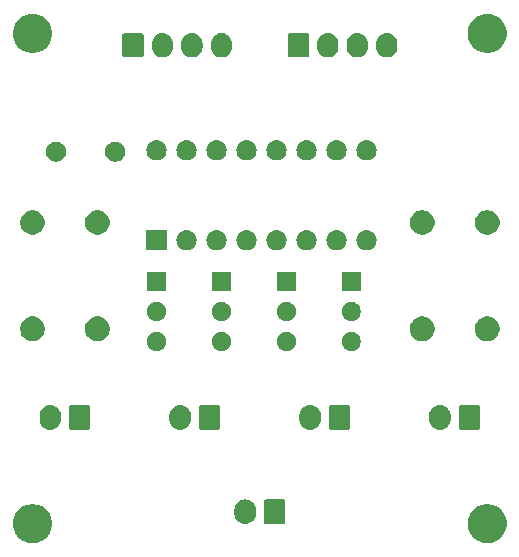
<source format=gbr>
G04 #@! TF.GenerationSoftware,KiCad,Pcbnew,(5.1.4)-1*
G04 #@! TF.CreationDate,2020-08-17T12:13:24+03:00*
G04 #@! TF.ProjectId,4_switch_array,345f7377-6974-4636-985f-61727261792e,rev?*
G04 #@! TF.SameCoordinates,Original*
G04 #@! TF.FileFunction,Soldermask,Top*
G04 #@! TF.FilePolarity,Negative*
%FSLAX46Y46*%
G04 Gerber Fmt 4.6, Leading zero omitted, Abs format (unit mm)*
G04 Created by KiCad (PCBNEW (5.1.4)-1) date 2020-08-17 12:13:24*
%MOMM*%
%LPD*%
G04 APERTURE LIST*
%ADD10C,0.100000*%
G04 APERTURE END LIST*
D10*
G36*
X166375256Y-76891298D02*
G01*
X166481579Y-76912447D01*
X166782042Y-77036903D01*
X167052451Y-77217585D01*
X167282415Y-77447549D01*
X167463097Y-77717958D01*
X167578460Y-77996468D01*
X167587553Y-78018422D01*
X167641611Y-78290186D01*
X167651000Y-78337391D01*
X167651000Y-78662609D01*
X167587553Y-78981579D01*
X167463097Y-79282042D01*
X167282415Y-79552451D01*
X167052451Y-79782415D01*
X166782042Y-79963097D01*
X166481579Y-80087553D01*
X166375256Y-80108702D01*
X166162611Y-80151000D01*
X165837389Y-80151000D01*
X165624744Y-80108702D01*
X165518421Y-80087553D01*
X165217958Y-79963097D01*
X164947549Y-79782415D01*
X164717585Y-79552451D01*
X164536903Y-79282042D01*
X164412447Y-78981579D01*
X164349000Y-78662609D01*
X164349000Y-78337391D01*
X164358390Y-78290186D01*
X164412447Y-78018422D01*
X164421541Y-77996468D01*
X164536903Y-77717958D01*
X164717585Y-77447549D01*
X164947549Y-77217585D01*
X165217958Y-77036903D01*
X165518421Y-76912447D01*
X165624744Y-76891298D01*
X165837389Y-76849000D01*
X166162611Y-76849000D01*
X166375256Y-76891298D01*
X166375256Y-76891298D01*
G37*
G36*
X127875256Y-76891298D02*
G01*
X127981579Y-76912447D01*
X128282042Y-77036903D01*
X128552451Y-77217585D01*
X128782415Y-77447549D01*
X128963097Y-77717958D01*
X129078460Y-77996468D01*
X129087553Y-78018422D01*
X129141611Y-78290186D01*
X129151000Y-78337391D01*
X129151000Y-78662609D01*
X129087553Y-78981579D01*
X128963097Y-79282042D01*
X128782415Y-79552451D01*
X128552451Y-79782415D01*
X128282042Y-79963097D01*
X127981579Y-80087553D01*
X127875256Y-80108702D01*
X127662611Y-80151000D01*
X127337389Y-80151000D01*
X127124744Y-80108702D01*
X127018421Y-80087553D01*
X126717958Y-79963097D01*
X126447549Y-79782415D01*
X126217585Y-79552451D01*
X126036903Y-79282042D01*
X125912447Y-78981579D01*
X125849000Y-78662609D01*
X125849000Y-78337391D01*
X125858390Y-78290186D01*
X125912447Y-78018422D01*
X125921541Y-77996468D01*
X126036903Y-77717958D01*
X126217585Y-77447549D01*
X126447549Y-77217585D01*
X126717958Y-77036903D01*
X127018421Y-76912447D01*
X127124744Y-76891298D01*
X127337389Y-76849000D01*
X127662611Y-76849000D01*
X127875256Y-76891298D01*
X127875256Y-76891298D01*
G37*
G36*
X145676627Y-76462037D02*
G01*
X145846466Y-76513557D01*
X146002991Y-76597222D01*
X146038729Y-76626552D01*
X146140186Y-76709814D01*
X146223448Y-76811271D01*
X146252778Y-76847009D01*
X146336443Y-77003534D01*
X146387963Y-77173374D01*
X146401000Y-77305743D01*
X146401000Y-77694258D01*
X146387963Y-77826627D01*
X146336443Y-77996466D01*
X146252778Y-78152991D01*
X146223448Y-78188729D01*
X146140186Y-78290186D01*
X146002989Y-78402779D01*
X145846467Y-78486442D01*
X145846465Y-78486443D01*
X145676626Y-78537963D01*
X145500000Y-78555359D01*
X145323373Y-78537963D01*
X145153534Y-78486443D01*
X144997009Y-78402778D01*
X144954750Y-78368097D01*
X144859814Y-78290186D01*
X144747221Y-78152989D01*
X144663558Y-77996467D01*
X144663557Y-77996465D01*
X144612037Y-77826626D01*
X144605519Y-77760442D01*
X144599000Y-77694259D01*
X144599000Y-77305740D01*
X144612037Y-77173375D01*
X144612037Y-77173373D01*
X144663557Y-77003534D01*
X144747222Y-76847009D01*
X144859815Y-76709815D01*
X144997010Y-76597222D01*
X145153535Y-76513557D01*
X145323374Y-76462037D01*
X145500000Y-76444641D01*
X145676627Y-76462037D01*
X145676627Y-76462037D01*
G37*
G36*
X148758600Y-76452989D02*
G01*
X148791652Y-76463015D01*
X148822103Y-76479292D01*
X148848799Y-76501201D01*
X148870708Y-76527897D01*
X148886985Y-76558348D01*
X148897011Y-76591400D01*
X148901000Y-76631903D01*
X148901000Y-78368097D01*
X148897011Y-78408600D01*
X148886985Y-78441652D01*
X148870708Y-78472103D01*
X148848799Y-78498799D01*
X148822103Y-78520708D01*
X148791652Y-78536985D01*
X148758600Y-78547011D01*
X148718097Y-78551000D01*
X147281903Y-78551000D01*
X147241400Y-78547011D01*
X147208348Y-78536985D01*
X147177897Y-78520708D01*
X147151201Y-78498799D01*
X147129292Y-78472103D01*
X147113015Y-78441652D01*
X147102989Y-78408600D01*
X147099000Y-78368097D01*
X147099000Y-76631903D01*
X147102989Y-76591400D01*
X147113015Y-76558348D01*
X147129292Y-76527897D01*
X147151201Y-76501201D01*
X147177897Y-76479292D01*
X147208348Y-76463015D01*
X147241400Y-76452989D01*
X147281903Y-76449000D01*
X148718097Y-76449000D01*
X148758600Y-76452989D01*
X148758600Y-76452989D01*
G37*
G36*
X129176627Y-68462037D02*
G01*
X129346466Y-68513557D01*
X129502991Y-68597222D01*
X129538729Y-68626552D01*
X129640186Y-68709814D01*
X129723448Y-68811271D01*
X129752778Y-68847009D01*
X129836443Y-69003534D01*
X129887963Y-69173374D01*
X129901000Y-69305743D01*
X129901000Y-69694258D01*
X129887963Y-69826627D01*
X129836443Y-69996466D01*
X129752778Y-70152991D01*
X129723448Y-70188729D01*
X129640186Y-70290186D01*
X129502989Y-70402779D01*
X129346467Y-70486442D01*
X129346465Y-70486443D01*
X129176626Y-70537963D01*
X129000000Y-70555359D01*
X128823373Y-70537963D01*
X128653534Y-70486443D01*
X128497009Y-70402778D01*
X128454750Y-70368097D01*
X128359814Y-70290186D01*
X128247221Y-70152989D01*
X128163558Y-69996467D01*
X128163557Y-69996465D01*
X128112037Y-69826626D01*
X128099000Y-69694257D01*
X128099000Y-69305742D01*
X128112037Y-69173373D01*
X128163557Y-69003534D01*
X128247222Y-68847009D01*
X128359815Y-68709815D01*
X128497010Y-68597222D01*
X128653535Y-68513557D01*
X128823374Y-68462037D01*
X129000000Y-68444641D01*
X129176627Y-68462037D01*
X129176627Y-68462037D01*
G37*
G36*
X162176627Y-68462037D02*
G01*
X162346466Y-68513557D01*
X162502991Y-68597222D01*
X162538729Y-68626552D01*
X162640186Y-68709814D01*
X162723448Y-68811271D01*
X162752778Y-68847009D01*
X162836443Y-69003534D01*
X162887963Y-69173374D01*
X162901000Y-69305743D01*
X162901000Y-69694258D01*
X162887963Y-69826627D01*
X162836443Y-69996466D01*
X162752778Y-70152991D01*
X162723448Y-70188729D01*
X162640186Y-70290186D01*
X162502989Y-70402779D01*
X162346467Y-70486442D01*
X162346465Y-70486443D01*
X162176626Y-70537963D01*
X162000000Y-70555359D01*
X161823373Y-70537963D01*
X161653534Y-70486443D01*
X161497009Y-70402778D01*
X161454750Y-70368097D01*
X161359814Y-70290186D01*
X161247221Y-70152989D01*
X161163558Y-69996467D01*
X161163557Y-69996465D01*
X161112037Y-69826626D01*
X161099000Y-69694257D01*
X161099000Y-69305742D01*
X161112037Y-69173373D01*
X161163557Y-69003534D01*
X161247222Y-68847009D01*
X161359815Y-68709815D01*
X161497010Y-68597222D01*
X161653535Y-68513557D01*
X161823374Y-68462037D01*
X162000000Y-68444641D01*
X162176627Y-68462037D01*
X162176627Y-68462037D01*
G37*
G36*
X140176627Y-68462037D02*
G01*
X140346466Y-68513557D01*
X140502991Y-68597222D01*
X140538729Y-68626552D01*
X140640186Y-68709814D01*
X140723448Y-68811271D01*
X140752778Y-68847009D01*
X140836443Y-69003534D01*
X140887963Y-69173374D01*
X140901000Y-69305743D01*
X140901000Y-69694258D01*
X140887963Y-69826627D01*
X140836443Y-69996466D01*
X140752778Y-70152991D01*
X140723448Y-70188729D01*
X140640186Y-70290186D01*
X140502989Y-70402779D01*
X140346467Y-70486442D01*
X140346465Y-70486443D01*
X140176626Y-70537963D01*
X140000000Y-70555359D01*
X139823373Y-70537963D01*
X139653534Y-70486443D01*
X139497009Y-70402778D01*
X139454750Y-70368097D01*
X139359814Y-70290186D01*
X139247221Y-70152989D01*
X139163558Y-69996467D01*
X139163557Y-69996465D01*
X139112037Y-69826626D01*
X139099000Y-69694257D01*
X139099000Y-69305742D01*
X139112037Y-69173373D01*
X139163557Y-69003534D01*
X139247222Y-68847009D01*
X139359815Y-68709815D01*
X139497010Y-68597222D01*
X139653535Y-68513557D01*
X139823374Y-68462037D01*
X140000000Y-68444641D01*
X140176627Y-68462037D01*
X140176627Y-68462037D01*
G37*
G36*
X151176627Y-68462037D02*
G01*
X151346466Y-68513557D01*
X151502991Y-68597222D01*
X151538729Y-68626552D01*
X151640186Y-68709814D01*
X151723448Y-68811271D01*
X151752778Y-68847009D01*
X151836443Y-69003534D01*
X151887963Y-69173374D01*
X151901000Y-69305743D01*
X151901000Y-69694258D01*
X151887963Y-69826627D01*
X151836443Y-69996466D01*
X151752778Y-70152991D01*
X151723448Y-70188729D01*
X151640186Y-70290186D01*
X151502989Y-70402779D01*
X151346467Y-70486442D01*
X151346465Y-70486443D01*
X151176626Y-70537963D01*
X151000000Y-70555359D01*
X150823373Y-70537963D01*
X150653534Y-70486443D01*
X150497009Y-70402778D01*
X150454750Y-70368097D01*
X150359814Y-70290186D01*
X150247221Y-70152989D01*
X150163558Y-69996467D01*
X150163557Y-69996465D01*
X150112037Y-69826626D01*
X150099000Y-69694257D01*
X150099000Y-69305742D01*
X150112037Y-69173373D01*
X150163557Y-69003534D01*
X150247222Y-68847009D01*
X150359815Y-68709815D01*
X150497010Y-68597222D01*
X150653535Y-68513557D01*
X150823374Y-68462037D01*
X151000000Y-68444641D01*
X151176627Y-68462037D01*
X151176627Y-68462037D01*
G37*
G36*
X154258600Y-68452989D02*
G01*
X154291652Y-68463015D01*
X154322103Y-68479292D01*
X154348799Y-68501201D01*
X154370708Y-68527897D01*
X154386985Y-68558348D01*
X154397011Y-68591400D01*
X154401000Y-68631903D01*
X154401000Y-70368097D01*
X154397011Y-70408600D01*
X154386985Y-70441652D01*
X154370708Y-70472103D01*
X154348799Y-70498799D01*
X154322103Y-70520708D01*
X154291652Y-70536985D01*
X154258600Y-70547011D01*
X154218097Y-70551000D01*
X152781903Y-70551000D01*
X152741400Y-70547011D01*
X152708348Y-70536985D01*
X152677897Y-70520708D01*
X152651201Y-70498799D01*
X152629292Y-70472103D01*
X152613015Y-70441652D01*
X152602989Y-70408600D01*
X152599000Y-70368097D01*
X152599000Y-68631903D01*
X152602989Y-68591400D01*
X152613015Y-68558348D01*
X152629292Y-68527897D01*
X152651201Y-68501201D01*
X152677897Y-68479292D01*
X152708348Y-68463015D01*
X152741400Y-68452989D01*
X152781903Y-68449000D01*
X154218097Y-68449000D01*
X154258600Y-68452989D01*
X154258600Y-68452989D01*
G37*
G36*
X165258600Y-68452989D02*
G01*
X165291652Y-68463015D01*
X165322103Y-68479292D01*
X165348799Y-68501201D01*
X165370708Y-68527897D01*
X165386985Y-68558348D01*
X165397011Y-68591400D01*
X165401000Y-68631903D01*
X165401000Y-70368097D01*
X165397011Y-70408600D01*
X165386985Y-70441652D01*
X165370708Y-70472103D01*
X165348799Y-70498799D01*
X165322103Y-70520708D01*
X165291652Y-70536985D01*
X165258600Y-70547011D01*
X165218097Y-70551000D01*
X163781903Y-70551000D01*
X163741400Y-70547011D01*
X163708348Y-70536985D01*
X163677897Y-70520708D01*
X163651201Y-70498799D01*
X163629292Y-70472103D01*
X163613015Y-70441652D01*
X163602989Y-70408600D01*
X163599000Y-70368097D01*
X163599000Y-68631903D01*
X163602989Y-68591400D01*
X163613015Y-68558348D01*
X163629292Y-68527897D01*
X163651201Y-68501201D01*
X163677897Y-68479292D01*
X163708348Y-68463015D01*
X163741400Y-68452989D01*
X163781903Y-68449000D01*
X165218097Y-68449000D01*
X165258600Y-68452989D01*
X165258600Y-68452989D01*
G37*
G36*
X143258600Y-68452989D02*
G01*
X143291652Y-68463015D01*
X143322103Y-68479292D01*
X143348799Y-68501201D01*
X143370708Y-68527897D01*
X143386985Y-68558348D01*
X143397011Y-68591400D01*
X143401000Y-68631903D01*
X143401000Y-70368097D01*
X143397011Y-70408600D01*
X143386985Y-70441652D01*
X143370708Y-70472103D01*
X143348799Y-70498799D01*
X143322103Y-70520708D01*
X143291652Y-70536985D01*
X143258600Y-70547011D01*
X143218097Y-70551000D01*
X141781903Y-70551000D01*
X141741400Y-70547011D01*
X141708348Y-70536985D01*
X141677897Y-70520708D01*
X141651201Y-70498799D01*
X141629292Y-70472103D01*
X141613015Y-70441652D01*
X141602989Y-70408600D01*
X141599000Y-70368097D01*
X141599000Y-68631903D01*
X141602989Y-68591400D01*
X141613015Y-68558348D01*
X141629292Y-68527897D01*
X141651201Y-68501201D01*
X141677897Y-68479292D01*
X141708348Y-68463015D01*
X141741400Y-68452989D01*
X141781903Y-68449000D01*
X143218097Y-68449000D01*
X143258600Y-68452989D01*
X143258600Y-68452989D01*
G37*
G36*
X132258600Y-68452989D02*
G01*
X132291652Y-68463015D01*
X132322103Y-68479292D01*
X132348799Y-68501201D01*
X132370708Y-68527897D01*
X132386985Y-68558348D01*
X132397011Y-68591400D01*
X132401000Y-68631903D01*
X132401000Y-70368097D01*
X132397011Y-70408600D01*
X132386985Y-70441652D01*
X132370708Y-70472103D01*
X132348799Y-70498799D01*
X132322103Y-70520708D01*
X132291652Y-70536985D01*
X132258600Y-70547011D01*
X132218097Y-70551000D01*
X130781903Y-70551000D01*
X130741400Y-70547011D01*
X130708348Y-70536985D01*
X130677897Y-70520708D01*
X130651201Y-70498799D01*
X130629292Y-70472103D01*
X130613015Y-70441652D01*
X130602989Y-70408600D01*
X130599000Y-70368097D01*
X130599000Y-68631903D01*
X130602989Y-68591400D01*
X130613015Y-68558348D01*
X130629292Y-68527897D01*
X130651201Y-68501201D01*
X130677897Y-68479292D01*
X130708348Y-68463015D01*
X130741400Y-68452989D01*
X130781903Y-68449000D01*
X132218097Y-68449000D01*
X132258600Y-68452989D01*
X132258600Y-68452989D01*
G37*
G36*
X149233642Y-62309781D02*
G01*
X149379414Y-62370162D01*
X149379416Y-62370163D01*
X149510608Y-62457822D01*
X149622178Y-62569392D01*
X149709837Y-62700584D01*
X149709838Y-62700586D01*
X149770219Y-62846358D01*
X149801000Y-63001107D01*
X149801000Y-63158893D01*
X149770219Y-63313642D01*
X149709838Y-63459414D01*
X149709837Y-63459416D01*
X149622178Y-63590608D01*
X149510608Y-63702178D01*
X149379416Y-63789837D01*
X149379415Y-63789838D01*
X149379414Y-63789838D01*
X149233642Y-63850219D01*
X149078893Y-63881000D01*
X148921107Y-63881000D01*
X148766358Y-63850219D01*
X148620586Y-63789838D01*
X148620585Y-63789838D01*
X148620584Y-63789837D01*
X148489392Y-63702178D01*
X148377822Y-63590608D01*
X148290163Y-63459416D01*
X148290162Y-63459414D01*
X148229781Y-63313642D01*
X148199000Y-63158893D01*
X148199000Y-63001107D01*
X148229781Y-62846358D01*
X148290162Y-62700586D01*
X148290163Y-62700584D01*
X148377822Y-62569392D01*
X148489392Y-62457822D01*
X148620584Y-62370163D01*
X148620586Y-62370162D01*
X148766358Y-62309781D01*
X148921107Y-62279000D01*
X149078893Y-62279000D01*
X149233642Y-62309781D01*
X149233642Y-62309781D01*
G37*
G36*
X138233642Y-62309781D02*
G01*
X138379414Y-62370162D01*
X138379416Y-62370163D01*
X138510608Y-62457822D01*
X138622178Y-62569392D01*
X138709837Y-62700584D01*
X138709838Y-62700586D01*
X138770219Y-62846358D01*
X138801000Y-63001107D01*
X138801000Y-63158893D01*
X138770219Y-63313642D01*
X138709838Y-63459414D01*
X138709837Y-63459416D01*
X138622178Y-63590608D01*
X138510608Y-63702178D01*
X138379416Y-63789837D01*
X138379415Y-63789838D01*
X138379414Y-63789838D01*
X138233642Y-63850219D01*
X138078893Y-63881000D01*
X137921107Y-63881000D01*
X137766358Y-63850219D01*
X137620586Y-63789838D01*
X137620585Y-63789838D01*
X137620584Y-63789837D01*
X137489392Y-63702178D01*
X137377822Y-63590608D01*
X137290163Y-63459416D01*
X137290162Y-63459414D01*
X137229781Y-63313642D01*
X137199000Y-63158893D01*
X137199000Y-63001107D01*
X137229781Y-62846358D01*
X137290162Y-62700586D01*
X137290163Y-62700584D01*
X137377822Y-62569392D01*
X137489392Y-62457822D01*
X137620584Y-62370163D01*
X137620586Y-62370162D01*
X137766358Y-62309781D01*
X137921107Y-62279000D01*
X138078893Y-62279000D01*
X138233642Y-62309781D01*
X138233642Y-62309781D01*
G37*
G36*
X154733642Y-62309781D02*
G01*
X154879414Y-62370162D01*
X154879416Y-62370163D01*
X155010608Y-62457822D01*
X155122178Y-62569392D01*
X155209837Y-62700584D01*
X155209838Y-62700586D01*
X155270219Y-62846358D01*
X155301000Y-63001107D01*
X155301000Y-63158893D01*
X155270219Y-63313642D01*
X155209838Y-63459414D01*
X155209837Y-63459416D01*
X155122178Y-63590608D01*
X155010608Y-63702178D01*
X154879416Y-63789837D01*
X154879415Y-63789838D01*
X154879414Y-63789838D01*
X154733642Y-63850219D01*
X154578893Y-63881000D01*
X154421107Y-63881000D01*
X154266358Y-63850219D01*
X154120586Y-63789838D01*
X154120585Y-63789838D01*
X154120584Y-63789837D01*
X153989392Y-63702178D01*
X153877822Y-63590608D01*
X153790163Y-63459416D01*
X153790162Y-63459414D01*
X153729781Y-63313642D01*
X153699000Y-63158893D01*
X153699000Y-63001107D01*
X153729781Y-62846358D01*
X153790162Y-62700586D01*
X153790163Y-62700584D01*
X153877822Y-62569392D01*
X153989392Y-62457822D01*
X154120584Y-62370163D01*
X154120586Y-62370162D01*
X154266358Y-62309781D01*
X154421107Y-62279000D01*
X154578893Y-62279000D01*
X154733642Y-62309781D01*
X154733642Y-62309781D01*
G37*
G36*
X143733642Y-62309781D02*
G01*
X143879414Y-62370162D01*
X143879416Y-62370163D01*
X144010608Y-62457822D01*
X144122178Y-62569392D01*
X144209837Y-62700584D01*
X144209838Y-62700586D01*
X144270219Y-62846358D01*
X144301000Y-63001107D01*
X144301000Y-63158893D01*
X144270219Y-63313642D01*
X144209838Y-63459414D01*
X144209837Y-63459416D01*
X144122178Y-63590608D01*
X144010608Y-63702178D01*
X143879416Y-63789837D01*
X143879415Y-63789838D01*
X143879414Y-63789838D01*
X143733642Y-63850219D01*
X143578893Y-63881000D01*
X143421107Y-63881000D01*
X143266358Y-63850219D01*
X143120586Y-63789838D01*
X143120585Y-63789838D01*
X143120584Y-63789837D01*
X142989392Y-63702178D01*
X142877822Y-63590608D01*
X142790163Y-63459416D01*
X142790162Y-63459414D01*
X142729781Y-63313642D01*
X142699000Y-63158893D01*
X142699000Y-63001107D01*
X142729781Y-62846358D01*
X142790162Y-62700586D01*
X142790163Y-62700584D01*
X142877822Y-62569392D01*
X142989392Y-62457822D01*
X143120584Y-62370163D01*
X143120586Y-62370162D01*
X143266358Y-62309781D01*
X143421107Y-62279000D01*
X143578893Y-62279000D01*
X143733642Y-62309781D01*
X143733642Y-62309781D01*
G37*
G36*
X127806564Y-60989389D02*
G01*
X127997833Y-61068615D01*
X127997835Y-61068616D01*
X128137860Y-61162178D01*
X128169973Y-61183635D01*
X128316365Y-61330027D01*
X128431385Y-61502167D01*
X128510611Y-61693436D01*
X128551000Y-61896484D01*
X128551000Y-62103516D01*
X128510611Y-62306564D01*
X128447958Y-62457822D01*
X128431384Y-62497835D01*
X128316365Y-62669973D01*
X128169973Y-62816365D01*
X127997835Y-62931384D01*
X127997834Y-62931385D01*
X127997833Y-62931385D01*
X127806564Y-63010611D01*
X127603516Y-63051000D01*
X127396484Y-63051000D01*
X127193436Y-63010611D01*
X127002167Y-62931385D01*
X127002166Y-62931385D01*
X127002165Y-62931384D01*
X126830027Y-62816365D01*
X126683635Y-62669973D01*
X126568616Y-62497835D01*
X126552042Y-62457822D01*
X126489389Y-62306564D01*
X126449000Y-62103516D01*
X126449000Y-61896484D01*
X126489389Y-61693436D01*
X126568615Y-61502167D01*
X126683635Y-61330027D01*
X126830027Y-61183635D01*
X126862140Y-61162178D01*
X127002165Y-61068616D01*
X127002167Y-61068615D01*
X127193436Y-60989389D01*
X127396484Y-60949000D01*
X127603516Y-60949000D01*
X127806564Y-60989389D01*
X127806564Y-60989389D01*
G37*
G36*
X166306564Y-60989389D02*
G01*
X166497833Y-61068615D01*
X166497835Y-61068616D01*
X166637860Y-61162178D01*
X166669973Y-61183635D01*
X166816365Y-61330027D01*
X166931385Y-61502167D01*
X167010611Y-61693436D01*
X167051000Y-61896484D01*
X167051000Y-62103516D01*
X167010611Y-62306564D01*
X166947958Y-62457822D01*
X166931384Y-62497835D01*
X166816365Y-62669973D01*
X166669973Y-62816365D01*
X166497835Y-62931384D01*
X166497834Y-62931385D01*
X166497833Y-62931385D01*
X166306564Y-63010611D01*
X166103516Y-63051000D01*
X165896484Y-63051000D01*
X165693436Y-63010611D01*
X165502167Y-62931385D01*
X165502166Y-62931385D01*
X165502165Y-62931384D01*
X165330027Y-62816365D01*
X165183635Y-62669973D01*
X165068616Y-62497835D01*
X165052042Y-62457822D01*
X164989389Y-62306564D01*
X164949000Y-62103516D01*
X164949000Y-61896484D01*
X164989389Y-61693436D01*
X165068615Y-61502167D01*
X165183635Y-61330027D01*
X165330027Y-61183635D01*
X165362140Y-61162178D01*
X165502165Y-61068616D01*
X165502167Y-61068615D01*
X165693436Y-60989389D01*
X165896484Y-60949000D01*
X166103516Y-60949000D01*
X166306564Y-60989389D01*
X166306564Y-60989389D01*
G37*
G36*
X133306564Y-60989389D02*
G01*
X133497833Y-61068615D01*
X133497835Y-61068616D01*
X133637860Y-61162178D01*
X133669973Y-61183635D01*
X133816365Y-61330027D01*
X133931385Y-61502167D01*
X134010611Y-61693436D01*
X134051000Y-61896484D01*
X134051000Y-62103516D01*
X134010611Y-62306564D01*
X133947958Y-62457822D01*
X133931384Y-62497835D01*
X133816365Y-62669973D01*
X133669973Y-62816365D01*
X133497835Y-62931384D01*
X133497834Y-62931385D01*
X133497833Y-62931385D01*
X133306564Y-63010611D01*
X133103516Y-63051000D01*
X132896484Y-63051000D01*
X132693436Y-63010611D01*
X132502167Y-62931385D01*
X132502166Y-62931385D01*
X132502165Y-62931384D01*
X132330027Y-62816365D01*
X132183635Y-62669973D01*
X132068616Y-62497835D01*
X132052042Y-62457822D01*
X131989389Y-62306564D01*
X131949000Y-62103516D01*
X131949000Y-61896484D01*
X131989389Y-61693436D01*
X132068615Y-61502167D01*
X132183635Y-61330027D01*
X132330027Y-61183635D01*
X132362140Y-61162178D01*
X132502165Y-61068616D01*
X132502167Y-61068615D01*
X132693436Y-60989389D01*
X132896484Y-60949000D01*
X133103516Y-60949000D01*
X133306564Y-60989389D01*
X133306564Y-60989389D01*
G37*
G36*
X160806564Y-60989389D02*
G01*
X160997833Y-61068615D01*
X160997835Y-61068616D01*
X161137860Y-61162178D01*
X161169973Y-61183635D01*
X161316365Y-61330027D01*
X161431385Y-61502167D01*
X161510611Y-61693436D01*
X161551000Y-61896484D01*
X161551000Y-62103516D01*
X161510611Y-62306564D01*
X161447958Y-62457822D01*
X161431384Y-62497835D01*
X161316365Y-62669973D01*
X161169973Y-62816365D01*
X160997835Y-62931384D01*
X160997834Y-62931385D01*
X160997833Y-62931385D01*
X160806564Y-63010611D01*
X160603516Y-63051000D01*
X160396484Y-63051000D01*
X160193436Y-63010611D01*
X160002167Y-62931385D01*
X160002166Y-62931385D01*
X160002165Y-62931384D01*
X159830027Y-62816365D01*
X159683635Y-62669973D01*
X159568616Y-62497835D01*
X159552042Y-62457822D01*
X159489389Y-62306564D01*
X159449000Y-62103516D01*
X159449000Y-61896484D01*
X159489389Y-61693436D01*
X159568615Y-61502167D01*
X159683635Y-61330027D01*
X159830027Y-61183635D01*
X159862140Y-61162178D01*
X160002165Y-61068616D01*
X160002167Y-61068615D01*
X160193436Y-60989389D01*
X160396484Y-60949000D01*
X160603516Y-60949000D01*
X160806564Y-60989389D01*
X160806564Y-60989389D01*
G37*
G36*
X138233642Y-59769781D02*
G01*
X138379414Y-59830162D01*
X138379416Y-59830163D01*
X138510608Y-59917822D01*
X138622178Y-60029392D01*
X138709837Y-60160584D01*
X138709838Y-60160586D01*
X138770219Y-60306358D01*
X138801000Y-60461107D01*
X138801000Y-60618893D01*
X138770219Y-60773642D01*
X138709838Y-60919414D01*
X138709837Y-60919416D01*
X138622178Y-61050608D01*
X138510608Y-61162178D01*
X138379416Y-61249837D01*
X138379415Y-61249838D01*
X138379414Y-61249838D01*
X138233642Y-61310219D01*
X138078893Y-61341000D01*
X137921107Y-61341000D01*
X137766358Y-61310219D01*
X137620586Y-61249838D01*
X137620585Y-61249838D01*
X137620584Y-61249837D01*
X137489392Y-61162178D01*
X137377822Y-61050608D01*
X137290163Y-60919416D01*
X137290162Y-60919414D01*
X137229781Y-60773642D01*
X137199000Y-60618893D01*
X137199000Y-60461107D01*
X137229781Y-60306358D01*
X137290162Y-60160586D01*
X137290163Y-60160584D01*
X137377822Y-60029392D01*
X137489392Y-59917822D01*
X137620584Y-59830163D01*
X137620586Y-59830162D01*
X137766358Y-59769781D01*
X137921107Y-59739000D01*
X138078893Y-59739000D01*
X138233642Y-59769781D01*
X138233642Y-59769781D01*
G37*
G36*
X154733642Y-59769781D02*
G01*
X154879414Y-59830162D01*
X154879416Y-59830163D01*
X155010608Y-59917822D01*
X155122178Y-60029392D01*
X155209837Y-60160584D01*
X155209838Y-60160586D01*
X155270219Y-60306358D01*
X155301000Y-60461107D01*
X155301000Y-60618893D01*
X155270219Y-60773642D01*
X155209838Y-60919414D01*
X155209837Y-60919416D01*
X155122178Y-61050608D01*
X155010608Y-61162178D01*
X154879416Y-61249837D01*
X154879415Y-61249838D01*
X154879414Y-61249838D01*
X154733642Y-61310219D01*
X154578893Y-61341000D01*
X154421107Y-61341000D01*
X154266358Y-61310219D01*
X154120586Y-61249838D01*
X154120585Y-61249838D01*
X154120584Y-61249837D01*
X153989392Y-61162178D01*
X153877822Y-61050608D01*
X153790163Y-60919416D01*
X153790162Y-60919414D01*
X153729781Y-60773642D01*
X153699000Y-60618893D01*
X153699000Y-60461107D01*
X153729781Y-60306358D01*
X153790162Y-60160586D01*
X153790163Y-60160584D01*
X153877822Y-60029392D01*
X153989392Y-59917822D01*
X154120584Y-59830163D01*
X154120586Y-59830162D01*
X154266358Y-59769781D01*
X154421107Y-59739000D01*
X154578893Y-59739000D01*
X154733642Y-59769781D01*
X154733642Y-59769781D01*
G37*
G36*
X149233642Y-59769781D02*
G01*
X149379414Y-59830162D01*
X149379416Y-59830163D01*
X149510608Y-59917822D01*
X149622178Y-60029392D01*
X149709837Y-60160584D01*
X149709838Y-60160586D01*
X149770219Y-60306358D01*
X149801000Y-60461107D01*
X149801000Y-60618893D01*
X149770219Y-60773642D01*
X149709838Y-60919414D01*
X149709837Y-60919416D01*
X149622178Y-61050608D01*
X149510608Y-61162178D01*
X149379416Y-61249837D01*
X149379415Y-61249838D01*
X149379414Y-61249838D01*
X149233642Y-61310219D01*
X149078893Y-61341000D01*
X148921107Y-61341000D01*
X148766358Y-61310219D01*
X148620586Y-61249838D01*
X148620585Y-61249838D01*
X148620584Y-61249837D01*
X148489392Y-61162178D01*
X148377822Y-61050608D01*
X148290163Y-60919416D01*
X148290162Y-60919414D01*
X148229781Y-60773642D01*
X148199000Y-60618893D01*
X148199000Y-60461107D01*
X148229781Y-60306358D01*
X148290162Y-60160586D01*
X148290163Y-60160584D01*
X148377822Y-60029392D01*
X148489392Y-59917822D01*
X148620584Y-59830163D01*
X148620586Y-59830162D01*
X148766358Y-59769781D01*
X148921107Y-59739000D01*
X149078893Y-59739000D01*
X149233642Y-59769781D01*
X149233642Y-59769781D01*
G37*
G36*
X143733642Y-59769781D02*
G01*
X143879414Y-59830162D01*
X143879416Y-59830163D01*
X144010608Y-59917822D01*
X144122178Y-60029392D01*
X144209837Y-60160584D01*
X144209838Y-60160586D01*
X144270219Y-60306358D01*
X144301000Y-60461107D01*
X144301000Y-60618893D01*
X144270219Y-60773642D01*
X144209838Y-60919414D01*
X144209837Y-60919416D01*
X144122178Y-61050608D01*
X144010608Y-61162178D01*
X143879416Y-61249837D01*
X143879415Y-61249838D01*
X143879414Y-61249838D01*
X143733642Y-61310219D01*
X143578893Y-61341000D01*
X143421107Y-61341000D01*
X143266358Y-61310219D01*
X143120586Y-61249838D01*
X143120585Y-61249838D01*
X143120584Y-61249837D01*
X142989392Y-61162178D01*
X142877822Y-61050608D01*
X142790163Y-60919416D01*
X142790162Y-60919414D01*
X142729781Y-60773642D01*
X142699000Y-60618893D01*
X142699000Y-60461107D01*
X142729781Y-60306358D01*
X142790162Y-60160586D01*
X142790163Y-60160584D01*
X142877822Y-60029392D01*
X142989392Y-59917822D01*
X143120584Y-59830163D01*
X143120586Y-59830162D01*
X143266358Y-59769781D01*
X143421107Y-59739000D01*
X143578893Y-59739000D01*
X143733642Y-59769781D01*
X143733642Y-59769781D01*
G37*
G36*
X155301000Y-58801000D02*
G01*
X153699000Y-58801000D01*
X153699000Y-57199000D01*
X155301000Y-57199000D01*
X155301000Y-58801000D01*
X155301000Y-58801000D01*
G37*
G36*
X149801000Y-58801000D02*
G01*
X148199000Y-58801000D01*
X148199000Y-57199000D01*
X149801000Y-57199000D01*
X149801000Y-58801000D01*
X149801000Y-58801000D01*
G37*
G36*
X144301000Y-58801000D02*
G01*
X142699000Y-58801000D01*
X142699000Y-57199000D01*
X144301000Y-57199000D01*
X144301000Y-58801000D01*
X144301000Y-58801000D01*
G37*
G36*
X138801000Y-58801000D02*
G01*
X137199000Y-58801000D01*
X137199000Y-57199000D01*
X138801000Y-57199000D01*
X138801000Y-58801000D01*
X138801000Y-58801000D01*
G37*
G36*
X153406823Y-53661313D02*
G01*
X153567242Y-53709976D01*
X153699906Y-53780886D01*
X153715078Y-53788996D01*
X153844659Y-53895341D01*
X153951004Y-54024922D01*
X153951005Y-54024924D01*
X154030024Y-54172758D01*
X154078687Y-54333177D01*
X154095117Y-54500000D01*
X154078687Y-54666823D01*
X154030024Y-54827242D01*
X153959114Y-54959906D01*
X153951004Y-54975078D01*
X153844659Y-55104659D01*
X153715078Y-55211004D01*
X153715076Y-55211005D01*
X153567242Y-55290024D01*
X153406823Y-55338687D01*
X153281804Y-55351000D01*
X153198196Y-55351000D01*
X153073177Y-55338687D01*
X152912758Y-55290024D01*
X152764924Y-55211005D01*
X152764922Y-55211004D01*
X152635341Y-55104659D01*
X152528996Y-54975078D01*
X152520886Y-54959906D01*
X152449976Y-54827242D01*
X152401313Y-54666823D01*
X152384883Y-54500000D01*
X152401313Y-54333177D01*
X152449976Y-54172758D01*
X152528995Y-54024924D01*
X152528996Y-54024922D01*
X152635341Y-53895341D01*
X152764922Y-53788996D01*
X152780094Y-53780886D01*
X152912758Y-53709976D01*
X153073177Y-53661313D01*
X153198196Y-53649000D01*
X153281804Y-53649000D01*
X153406823Y-53661313D01*
X153406823Y-53661313D01*
G37*
G36*
X155946823Y-53661313D02*
G01*
X156107242Y-53709976D01*
X156239906Y-53780886D01*
X156255078Y-53788996D01*
X156384659Y-53895341D01*
X156491004Y-54024922D01*
X156491005Y-54024924D01*
X156570024Y-54172758D01*
X156618687Y-54333177D01*
X156635117Y-54500000D01*
X156618687Y-54666823D01*
X156570024Y-54827242D01*
X156499114Y-54959906D01*
X156491004Y-54975078D01*
X156384659Y-55104659D01*
X156255078Y-55211004D01*
X156255076Y-55211005D01*
X156107242Y-55290024D01*
X155946823Y-55338687D01*
X155821804Y-55351000D01*
X155738196Y-55351000D01*
X155613177Y-55338687D01*
X155452758Y-55290024D01*
X155304924Y-55211005D01*
X155304922Y-55211004D01*
X155175341Y-55104659D01*
X155068996Y-54975078D01*
X155060886Y-54959906D01*
X154989976Y-54827242D01*
X154941313Y-54666823D01*
X154924883Y-54500000D01*
X154941313Y-54333177D01*
X154989976Y-54172758D01*
X155068995Y-54024924D01*
X155068996Y-54024922D01*
X155175341Y-53895341D01*
X155304922Y-53788996D01*
X155320094Y-53780886D01*
X155452758Y-53709976D01*
X155613177Y-53661313D01*
X155738196Y-53649000D01*
X155821804Y-53649000D01*
X155946823Y-53661313D01*
X155946823Y-53661313D01*
G37*
G36*
X138851000Y-55351000D02*
G01*
X137149000Y-55351000D01*
X137149000Y-53649000D01*
X138851000Y-53649000D01*
X138851000Y-55351000D01*
X138851000Y-55351000D01*
G37*
G36*
X140706823Y-53661313D02*
G01*
X140867242Y-53709976D01*
X140999906Y-53780886D01*
X141015078Y-53788996D01*
X141144659Y-53895341D01*
X141251004Y-54024922D01*
X141251005Y-54024924D01*
X141330024Y-54172758D01*
X141378687Y-54333177D01*
X141395117Y-54500000D01*
X141378687Y-54666823D01*
X141330024Y-54827242D01*
X141259114Y-54959906D01*
X141251004Y-54975078D01*
X141144659Y-55104659D01*
X141015078Y-55211004D01*
X141015076Y-55211005D01*
X140867242Y-55290024D01*
X140706823Y-55338687D01*
X140581804Y-55351000D01*
X140498196Y-55351000D01*
X140373177Y-55338687D01*
X140212758Y-55290024D01*
X140064924Y-55211005D01*
X140064922Y-55211004D01*
X139935341Y-55104659D01*
X139828996Y-54975078D01*
X139820886Y-54959906D01*
X139749976Y-54827242D01*
X139701313Y-54666823D01*
X139684883Y-54500000D01*
X139701313Y-54333177D01*
X139749976Y-54172758D01*
X139828995Y-54024924D01*
X139828996Y-54024922D01*
X139935341Y-53895341D01*
X140064922Y-53788996D01*
X140080094Y-53780886D01*
X140212758Y-53709976D01*
X140373177Y-53661313D01*
X140498196Y-53649000D01*
X140581804Y-53649000D01*
X140706823Y-53661313D01*
X140706823Y-53661313D01*
G37*
G36*
X148326823Y-53661313D02*
G01*
X148487242Y-53709976D01*
X148619906Y-53780886D01*
X148635078Y-53788996D01*
X148764659Y-53895341D01*
X148871004Y-54024922D01*
X148871005Y-54024924D01*
X148950024Y-54172758D01*
X148998687Y-54333177D01*
X149015117Y-54500000D01*
X148998687Y-54666823D01*
X148950024Y-54827242D01*
X148879114Y-54959906D01*
X148871004Y-54975078D01*
X148764659Y-55104659D01*
X148635078Y-55211004D01*
X148635076Y-55211005D01*
X148487242Y-55290024D01*
X148326823Y-55338687D01*
X148201804Y-55351000D01*
X148118196Y-55351000D01*
X147993177Y-55338687D01*
X147832758Y-55290024D01*
X147684924Y-55211005D01*
X147684922Y-55211004D01*
X147555341Y-55104659D01*
X147448996Y-54975078D01*
X147440886Y-54959906D01*
X147369976Y-54827242D01*
X147321313Y-54666823D01*
X147304883Y-54500000D01*
X147321313Y-54333177D01*
X147369976Y-54172758D01*
X147448995Y-54024924D01*
X147448996Y-54024922D01*
X147555341Y-53895341D01*
X147684922Y-53788996D01*
X147700094Y-53780886D01*
X147832758Y-53709976D01*
X147993177Y-53661313D01*
X148118196Y-53649000D01*
X148201804Y-53649000D01*
X148326823Y-53661313D01*
X148326823Y-53661313D01*
G37*
G36*
X143246823Y-53661313D02*
G01*
X143407242Y-53709976D01*
X143539906Y-53780886D01*
X143555078Y-53788996D01*
X143684659Y-53895341D01*
X143791004Y-54024922D01*
X143791005Y-54024924D01*
X143870024Y-54172758D01*
X143918687Y-54333177D01*
X143935117Y-54500000D01*
X143918687Y-54666823D01*
X143870024Y-54827242D01*
X143799114Y-54959906D01*
X143791004Y-54975078D01*
X143684659Y-55104659D01*
X143555078Y-55211004D01*
X143555076Y-55211005D01*
X143407242Y-55290024D01*
X143246823Y-55338687D01*
X143121804Y-55351000D01*
X143038196Y-55351000D01*
X142913177Y-55338687D01*
X142752758Y-55290024D01*
X142604924Y-55211005D01*
X142604922Y-55211004D01*
X142475341Y-55104659D01*
X142368996Y-54975078D01*
X142360886Y-54959906D01*
X142289976Y-54827242D01*
X142241313Y-54666823D01*
X142224883Y-54500000D01*
X142241313Y-54333177D01*
X142289976Y-54172758D01*
X142368995Y-54024924D01*
X142368996Y-54024922D01*
X142475341Y-53895341D01*
X142604922Y-53788996D01*
X142620094Y-53780886D01*
X142752758Y-53709976D01*
X142913177Y-53661313D01*
X143038196Y-53649000D01*
X143121804Y-53649000D01*
X143246823Y-53661313D01*
X143246823Y-53661313D01*
G37*
G36*
X150866823Y-53661313D02*
G01*
X151027242Y-53709976D01*
X151159906Y-53780886D01*
X151175078Y-53788996D01*
X151304659Y-53895341D01*
X151411004Y-54024922D01*
X151411005Y-54024924D01*
X151490024Y-54172758D01*
X151538687Y-54333177D01*
X151555117Y-54500000D01*
X151538687Y-54666823D01*
X151490024Y-54827242D01*
X151419114Y-54959906D01*
X151411004Y-54975078D01*
X151304659Y-55104659D01*
X151175078Y-55211004D01*
X151175076Y-55211005D01*
X151027242Y-55290024D01*
X150866823Y-55338687D01*
X150741804Y-55351000D01*
X150658196Y-55351000D01*
X150533177Y-55338687D01*
X150372758Y-55290024D01*
X150224924Y-55211005D01*
X150224922Y-55211004D01*
X150095341Y-55104659D01*
X149988996Y-54975078D01*
X149980886Y-54959906D01*
X149909976Y-54827242D01*
X149861313Y-54666823D01*
X149844883Y-54500000D01*
X149861313Y-54333177D01*
X149909976Y-54172758D01*
X149988995Y-54024924D01*
X149988996Y-54024922D01*
X150095341Y-53895341D01*
X150224922Y-53788996D01*
X150240094Y-53780886D01*
X150372758Y-53709976D01*
X150533177Y-53661313D01*
X150658196Y-53649000D01*
X150741804Y-53649000D01*
X150866823Y-53661313D01*
X150866823Y-53661313D01*
G37*
G36*
X145786823Y-53661313D02*
G01*
X145947242Y-53709976D01*
X146079906Y-53780886D01*
X146095078Y-53788996D01*
X146224659Y-53895341D01*
X146331004Y-54024922D01*
X146331005Y-54024924D01*
X146410024Y-54172758D01*
X146458687Y-54333177D01*
X146475117Y-54500000D01*
X146458687Y-54666823D01*
X146410024Y-54827242D01*
X146339114Y-54959906D01*
X146331004Y-54975078D01*
X146224659Y-55104659D01*
X146095078Y-55211004D01*
X146095076Y-55211005D01*
X145947242Y-55290024D01*
X145786823Y-55338687D01*
X145661804Y-55351000D01*
X145578196Y-55351000D01*
X145453177Y-55338687D01*
X145292758Y-55290024D01*
X145144924Y-55211005D01*
X145144922Y-55211004D01*
X145015341Y-55104659D01*
X144908996Y-54975078D01*
X144900886Y-54959906D01*
X144829976Y-54827242D01*
X144781313Y-54666823D01*
X144764883Y-54500000D01*
X144781313Y-54333177D01*
X144829976Y-54172758D01*
X144908995Y-54024924D01*
X144908996Y-54024922D01*
X145015341Y-53895341D01*
X145144922Y-53788996D01*
X145160094Y-53780886D01*
X145292758Y-53709976D01*
X145453177Y-53661313D01*
X145578196Y-53649000D01*
X145661804Y-53649000D01*
X145786823Y-53661313D01*
X145786823Y-53661313D01*
G37*
G36*
X127806564Y-51989389D02*
G01*
X127997833Y-52068615D01*
X127997835Y-52068616D01*
X128169973Y-52183635D01*
X128316365Y-52330027D01*
X128431385Y-52502167D01*
X128510611Y-52693436D01*
X128551000Y-52896484D01*
X128551000Y-53103516D01*
X128510611Y-53306564D01*
X128431385Y-53497833D01*
X128431384Y-53497835D01*
X128316365Y-53669973D01*
X128169973Y-53816365D01*
X127997835Y-53931384D01*
X127997834Y-53931385D01*
X127997833Y-53931385D01*
X127806564Y-54010611D01*
X127603516Y-54051000D01*
X127396484Y-54051000D01*
X127193436Y-54010611D01*
X127002167Y-53931385D01*
X127002166Y-53931385D01*
X127002165Y-53931384D01*
X126830027Y-53816365D01*
X126683635Y-53669973D01*
X126568616Y-53497835D01*
X126568615Y-53497833D01*
X126489389Y-53306564D01*
X126449000Y-53103516D01*
X126449000Y-52896484D01*
X126489389Y-52693436D01*
X126568615Y-52502167D01*
X126683635Y-52330027D01*
X126830027Y-52183635D01*
X127002165Y-52068616D01*
X127002167Y-52068615D01*
X127193436Y-51989389D01*
X127396484Y-51949000D01*
X127603516Y-51949000D01*
X127806564Y-51989389D01*
X127806564Y-51989389D01*
G37*
G36*
X160806564Y-51989389D02*
G01*
X160997833Y-52068615D01*
X160997835Y-52068616D01*
X161169973Y-52183635D01*
X161316365Y-52330027D01*
X161431385Y-52502167D01*
X161510611Y-52693436D01*
X161551000Y-52896484D01*
X161551000Y-53103516D01*
X161510611Y-53306564D01*
X161431385Y-53497833D01*
X161431384Y-53497835D01*
X161316365Y-53669973D01*
X161169973Y-53816365D01*
X160997835Y-53931384D01*
X160997834Y-53931385D01*
X160997833Y-53931385D01*
X160806564Y-54010611D01*
X160603516Y-54051000D01*
X160396484Y-54051000D01*
X160193436Y-54010611D01*
X160002167Y-53931385D01*
X160002166Y-53931385D01*
X160002165Y-53931384D01*
X159830027Y-53816365D01*
X159683635Y-53669973D01*
X159568616Y-53497835D01*
X159568615Y-53497833D01*
X159489389Y-53306564D01*
X159449000Y-53103516D01*
X159449000Y-52896484D01*
X159489389Y-52693436D01*
X159568615Y-52502167D01*
X159683635Y-52330027D01*
X159830027Y-52183635D01*
X160002165Y-52068616D01*
X160002167Y-52068615D01*
X160193436Y-51989389D01*
X160396484Y-51949000D01*
X160603516Y-51949000D01*
X160806564Y-51989389D01*
X160806564Y-51989389D01*
G37*
G36*
X166306564Y-51989389D02*
G01*
X166497833Y-52068615D01*
X166497835Y-52068616D01*
X166669973Y-52183635D01*
X166816365Y-52330027D01*
X166931385Y-52502167D01*
X167010611Y-52693436D01*
X167051000Y-52896484D01*
X167051000Y-53103516D01*
X167010611Y-53306564D01*
X166931385Y-53497833D01*
X166931384Y-53497835D01*
X166816365Y-53669973D01*
X166669973Y-53816365D01*
X166497835Y-53931384D01*
X166497834Y-53931385D01*
X166497833Y-53931385D01*
X166306564Y-54010611D01*
X166103516Y-54051000D01*
X165896484Y-54051000D01*
X165693436Y-54010611D01*
X165502167Y-53931385D01*
X165502166Y-53931385D01*
X165502165Y-53931384D01*
X165330027Y-53816365D01*
X165183635Y-53669973D01*
X165068616Y-53497835D01*
X165068615Y-53497833D01*
X164989389Y-53306564D01*
X164949000Y-53103516D01*
X164949000Y-52896484D01*
X164989389Y-52693436D01*
X165068615Y-52502167D01*
X165183635Y-52330027D01*
X165330027Y-52183635D01*
X165502165Y-52068616D01*
X165502167Y-52068615D01*
X165693436Y-51989389D01*
X165896484Y-51949000D01*
X166103516Y-51949000D01*
X166306564Y-51989389D01*
X166306564Y-51989389D01*
G37*
G36*
X133306564Y-51989389D02*
G01*
X133497833Y-52068615D01*
X133497835Y-52068616D01*
X133669973Y-52183635D01*
X133816365Y-52330027D01*
X133931385Y-52502167D01*
X134010611Y-52693436D01*
X134051000Y-52896484D01*
X134051000Y-53103516D01*
X134010611Y-53306564D01*
X133931385Y-53497833D01*
X133931384Y-53497835D01*
X133816365Y-53669973D01*
X133669973Y-53816365D01*
X133497835Y-53931384D01*
X133497834Y-53931385D01*
X133497833Y-53931385D01*
X133306564Y-54010611D01*
X133103516Y-54051000D01*
X132896484Y-54051000D01*
X132693436Y-54010611D01*
X132502167Y-53931385D01*
X132502166Y-53931385D01*
X132502165Y-53931384D01*
X132330027Y-53816365D01*
X132183635Y-53669973D01*
X132068616Y-53497835D01*
X132068615Y-53497833D01*
X131989389Y-53306564D01*
X131949000Y-53103516D01*
X131949000Y-52896484D01*
X131989389Y-52693436D01*
X132068615Y-52502167D01*
X132183635Y-52330027D01*
X132330027Y-52183635D01*
X132502165Y-52068616D01*
X132502167Y-52068615D01*
X132693436Y-51989389D01*
X132896484Y-51949000D01*
X133103516Y-51949000D01*
X133306564Y-51989389D01*
X133306564Y-51989389D01*
G37*
G36*
X129748228Y-46181703D02*
G01*
X129903100Y-46245853D01*
X130042481Y-46338985D01*
X130161015Y-46457519D01*
X130254147Y-46596900D01*
X130318297Y-46751772D01*
X130351000Y-46916184D01*
X130351000Y-47083816D01*
X130318297Y-47248228D01*
X130254147Y-47403100D01*
X130161015Y-47542481D01*
X130042481Y-47661015D01*
X129903100Y-47754147D01*
X129748228Y-47818297D01*
X129583816Y-47851000D01*
X129416184Y-47851000D01*
X129251772Y-47818297D01*
X129096900Y-47754147D01*
X128957519Y-47661015D01*
X128838985Y-47542481D01*
X128745853Y-47403100D01*
X128681703Y-47248228D01*
X128649000Y-47083816D01*
X128649000Y-46916184D01*
X128681703Y-46751772D01*
X128745853Y-46596900D01*
X128838985Y-46457519D01*
X128957519Y-46338985D01*
X129096900Y-46245853D01*
X129251772Y-46181703D01*
X129416184Y-46149000D01*
X129583816Y-46149000D01*
X129748228Y-46181703D01*
X129748228Y-46181703D01*
G37*
G36*
X134748228Y-46181703D02*
G01*
X134903100Y-46245853D01*
X135042481Y-46338985D01*
X135161015Y-46457519D01*
X135254147Y-46596900D01*
X135318297Y-46751772D01*
X135351000Y-46916184D01*
X135351000Y-47083816D01*
X135318297Y-47248228D01*
X135254147Y-47403100D01*
X135161015Y-47542481D01*
X135042481Y-47661015D01*
X134903100Y-47754147D01*
X134748228Y-47818297D01*
X134583816Y-47851000D01*
X134416184Y-47851000D01*
X134251772Y-47818297D01*
X134096900Y-47754147D01*
X133957519Y-47661015D01*
X133838985Y-47542481D01*
X133745853Y-47403100D01*
X133681703Y-47248228D01*
X133649000Y-47083816D01*
X133649000Y-46916184D01*
X133681703Y-46751772D01*
X133745853Y-46596900D01*
X133838985Y-46457519D01*
X133957519Y-46338985D01*
X134096900Y-46245853D01*
X134251772Y-46181703D01*
X134416184Y-46149000D01*
X134583816Y-46149000D01*
X134748228Y-46181703D01*
X134748228Y-46181703D01*
G37*
G36*
X148326823Y-46041313D02*
G01*
X148487242Y-46089976D01*
X148597668Y-46149000D01*
X148635078Y-46168996D01*
X148764659Y-46275341D01*
X148871004Y-46404922D01*
X148871005Y-46404924D01*
X148950024Y-46552758D01*
X148998687Y-46713177D01*
X149015117Y-46880000D01*
X148998687Y-47046823D01*
X148950024Y-47207242D01*
X148928116Y-47248229D01*
X148871004Y-47355078D01*
X148764659Y-47484659D01*
X148635078Y-47591004D01*
X148635076Y-47591005D01*
X148487242Y-47670024D01*
X148326823Y-47718687D01*
X148201804Y-47731000D01*
X148118196Y-47731000D01*
X147993177Y-47718687D01*
X147832758Y-47670024D01*
X147684924Y-47591005D01*
X147684922Y-47591004D01*
X147555341Y-47484659D01*
X147448996Y-47355078D01*
X147391884Y-47248229D01*
X147369976Y-47207242D01*
X147321313Y-47046823D01*
X147304883Y-46880000D01*
X147321313Y-46713177D01*
X147369976Y-46552758D01*
X147448995Y-46404924D01*
X147448996Y-46404922D01*
X147555341Y-46275341D01*
X147684922Y-46168996D01*
X147722332Y-46149000D01*
X147832758Y-46089976D01*
X147993177Y-46041313D01*
X148118196Y-46029000D01*
X148201804Y-46029000D01*
X148326823Y-46041313D01*
X148326823Y-46041313D01*
G37*
G36*
X140706823Y-46041313D02*
G01*
X140867242Y-46089976D01*
X140977668Y-46149000D01*
X141015078Y-46168996D01*
X141144659Y-46275341D01*
X141251004Y-46404922D01*
X141251005Y-46404924D01*
X141330024Y-46552758D01*
X141378687Y-46713177D01*
X141395117Y-46880000D01*
X141378687Y-47046823D01*
X141330024Y-47207242D01*
X141308116Y-47248229D01*
X141251004Y-47355078D01*
X141144659Y-47484659D01*
X141015078Y-47591004D01*
X141015076Y-47591005D01*
X140867242Y-47670024D01*
X140706823Y-47718687D01*
X140581804Y-47731000D01*
X140498196Y-47731000D01*
X140373177Y-47718687D01*
X140212758Y-47670024D01*
X140064924Y-47591005D01*
X140064922Y-47591004D01*
X139935341Y-47484659D01*
X139828996Y-47355078D01*
X139771884Y-47248229D01*
X139749976Y-47207242D01*
X139701313Y-47046823D01*
X139684883Y-46880000D01*
X139701313Y-46713177D01*
X139749976Y-46552758D01*
X139828995Y-46404924D01*
X139828996Y-46404922D01*
X139935341Y-46275341D01*
X140064922Y-46168996D01*
X140102332Y-46149000D01*
X140212758Y-46089976D01*
X140373177Y-46041313D01*
X140498196Y-46029000D01*
X140581804Y-46029000D01*
X140706823Y-46041313D01*
X140706823Y-46041313D01*
G37*
G36*
X143246823Y-46041313D02*
G01*
X143407242Y-46089976D01*
X143517668Y-46149000D01*
X143555078Y-46168996D01*
X143684659Y-46275341D01*
X143791004Y-46404922D01*
X143791005Y-46404924D01*
X143870024Y-46552758D01*
X143918687Y-46713177D01*
X143935117Y-46880000D01*
X143918687Y-47046823D01*
X143870024Y-47207242D01*
X143848116Y-47248229D01*
X143791004Y-47355078D01*
X143684659Y-47484659D01*
X143555078Y-47591004D01*
X143555076Y-47591005D01*
X143407242Y-47670024D01*
X143246823Y-47718687D01*
X143121804Y-47731000D01*
X143038196Y-47731000D01*
X142913177Y-47718687D01*
X142752758Y-47670024D01*
X142604924Y-47591005D01*
X142604922Y-47591004D01*
X142475341Y-47484659D01*
X142368996Y-47355078D01*
X142311884Y-47248229D01*
X142289976Y-47207242D01*
X142241313Y-47046823D01*
X142224883Y-46880000D01*
X142241313Y-46713177D01*
X142289976Y-46552758D01*
X142368995Y-46404924D01*
X142368996Y-46404922D01*
X142475341Y-46275341D01*
X142604922Y-46168996D01*
X142642332Y-46149000D01*
X142752758Y-46089976D01*
X142913177Y-46041313D01*
X143038196Y-46029000D01*
X143121804Y-46029000D01*
X143246823Y-46041313D01*
X143246823Y-46041313D01*
G37*
G36*
X145786823Y-46041313D02*
G01*
X145947242Y-46089976D01*
X146057668Y-46149000D01*
X146095078Y-46168996D01*
X146224659Y-46275341D01*
X146331004Y-46404922D01*
X146331005Y-46404924D01*
X146410024Y-46552758D01*
X146458687Y-46713177D01*
X146475117Y-46880000D01*
X146458687Y-47046823D01*
X146410024Y-47207242D01*
X146388116Y-47248229D01*
X146331004Y-47355078D01*
X146224659Y-47484659D01*
X146095078Y-47591004D01*
X146095076Y-47591005D01*
X145947242Y-47670024D01*
X145786823Y-47718687D01*
X145661804Y-47731000D01*
X145578196Y-47731000D01*
X145453177Y-47718687D01*
X145292758Y-47670024D01*
X145144924Y-47591005D01*
X145144922Y-47591004D01*
X145015341Y-47484659D01*
X144908996Y-47355078D01*
X144851884Y-47248229D01*
X144829976Y-47207242D01*
X144781313Y-47046823D01*
X144764883Y-46880000D01*
X144781313Y-46713177D01*
X144829976Y-46552758D01*
X144908995Y-46404924D01*
X144908996Y-46404922D01*
X145015341Y-46275341D01*
X145144922Y-46168996D01*
X145182332Y-46149000D01*
X145292758Y-46089976D01*
X145453177Y-46041313D01*
X145578196Y-46029000D01*
X145661804Y-46029000D01*
X145786823Y-46041313D01*
X145786823Y-46041313D01*
G37*
G36*
X150866823Y-46041313D02*
G01*
X151027242Y-46089976D01*
X151137668Y-46149000D01*
X151175078Y-46168996D01*
X151304659Y-46275341D01*
X151411004Y-46404922D01*
X151411005Y-46404924D01*
X151490024Y-46552758D01*
X151538687Y-46713177D01*
X151555117Y-46880000D01*
X151538687Y-47046823D01*
X151490024Y-47207242D01*
X151468116Y-47248229D01*
X151411004Y-47355078D01*
X151304659Y-47484659D01*
X151175078Y-47591004D01*
X151175076Y-47591005D01*
X151027242Y-47670024D01*
X150866823Y-47718687D01*
X150741804Y-47731000D01*
X150658196Y-47731000D01*
X150533177Y-47718687D01*
X150372758Y-47670024D01*
X150224924Y-47591005D01*
X150224922Y-47591004D01*
X150095341Y-47484659D01*
X149988996Y-47355078D01*
X149931884Y-47248229D01*
X149909976Y-47207242D01*
X149861313Y-47046823D01*
X149844883Y-46880000D01*
X149861313Y-46713177D01*
X149909976Y-46552758D01*
X149988995Y-46404924D01*
X149988996Y-46404922D01*
X150095341Y-46275341D01*
X150224922Y-46168996D01*
X150262332Y-46149000D01*
X150372758Y-46089976D01*
X150533177Y-46041313D01*
X150658196Y-46029000D01*
X150741804Y-46029000D01*
X150866823Y-46041313D01*
X150866823Y-46041313D01*
G37*
G36*
X153406823Y-46041313D02*
G01*
X153567242Y-46089976D01*
X153677668Y-46149000D01*
X153715078Y-46168996D01*
X153844659Y-46275341D01*
X153951004Y-46404922D01*
X153951005Y-46404924D01*
X154030024Y-46552758D01*
X154078687Y-46713177D01*
X154095117Y-46880000D01*
X154078687Y-47046823D01*
X154030024Y-47207242D01*
X154008116Y-47248229D01*
X153951004Y-47355078D01*
X153844659Y-47484659D01*
X153715078Y-47591004D01*
X153715076Y-47591005D01*
X153567242Y-47670024D01*
X153406823Y-47718687D01*
X153281804Y-47731000D01*
X153198196Y-47731000D01*
X153073177Y-47718687D01*
X152912758Y-47670024D01*
X152764924Y-47591005D01*
X152764922Y-47591004D01*
X152635341Y-47484659D01*
X152528996Y-47355078D01*
X152471884Y-47248229D01*
X152449976Y-47207242D01*
X152401313Y-47046823D01*
X152384883Y-46880000D01*
X152401313Y-46713177D01*
X152449976Y-46552758D01*
X152528995Y-46404924D01*
X152528996Y-46404922D01*
X152635341Y-46275341D01*
X152764922Y-46168996D01*
X152802332Y-46149000D01*
X152912758Y-46089976D01*
X153073177Y-46041313D01*
X153198196Y-46029000D01*
X153281804Y-46029000D01*
X153406823Y-46041313D01*
X153406823Y-46041313D01*
G37*
G36*
X155946823Y-46041313D02*
G01*
X156107242Y-46089976D01*
X156217668Y-46149000D01*
X156255078Y-46168996D01*
X156384659Y-46275341D01*
X156491004Y-46404922D01*
X156491005Y-46404924D01*
X156570024Y-46552758D01*
X156618687Y-46713177D01*
X156635117Y-46880000D01*
X156618687Y-47046823D01*
X156570024Y-47207242D01*
X156548116Y-47248229D01*
X156491004Y-47355078D01*
X156384659Y-47484659D01*
X156255078Y-47591004D01*
X156255076Y-47591005D01*
X156107242Y-47670024D01*
X155946823Y-47718687D01*
X155821804Y-47731000D01*
X155738196Y-47731000D01*
X155613177Y-47718687D01*
X155452758Y-47670024D01*
X155304924Y-47591005D01*
X155304922Y-47591004D01*
X155175341Y-47484659D01*
X155068996Y-47355078D01*
X155011884Y-47248229D01*
X154989976Y-47207242D01*
X154941313Y-47046823D01*
X154924883Y-46880000D01*
X154941313Y-46713177D01*
X154989976Y-46552758D01*
X155068995Y-46404924D01*
X155068996Y-46404922D01*
X155175341Y-46275341D01*
X155304922Y-46168996D01*
X155342332Y-46149000D01*
X155452758Y-46089976D01*
X155613177Y-46041313D01*
X155738196Y-46029000D01*
X155821804Y-46029000D01*
X155946823Y-46041313D01*
X155946823Y-46041313D01*
G37*
G36*
X138166823Y-46041313D02*
G01*
X138327242Y-46089976D01*
X138437668Y-46149000D01*
X138475078Y-46168996D01*
X138604659Y-46275341D01*
X138711004Y-46404922D01*
X138711005Y-46404924D01*
X138790024Y-46552758D01*
X138838687Y-46713177D01*
X138855117Y-46880000D01*
X138838687Y-47046823D01*
X138790024Y-47207242D01*
X138768116Y-47248229D01*
X138711004Y-47355078D01*
X138604659Y-47484659D01*
X138475078Y-47591004D01*
X138475076Y-47591005D01*
X138327242Y-47670024D01*
X138166823Y-47718687D01*
X138041804Y-47731000D01*
X137958196Y-47731000D01*
X137833177Y-47718687D01*
X137672758Y-47670024D01*
X137524924Y-47591005D01*
X137524922Y-47591004D01*
X137395341Y-47484659D01*
X137288996Y-47355078D01*
X137231884Y-47248229D01*
X137209976Y-47207242D01*
X137161313Y-47046823D01*
X137144883Y-46880000D01*
X137161313Y-46713177D01*
X137209976Y-46552758D01*
X137288995Y-46404924D01*
X137288996Y-46404922D01*
X137395341Y-46275341D01*
X137524922Y-46168996D01*
X137562332Y-46149000D01*
X137672758Y-46089976D01*
X137833177Y-46041313D01*
X137958196Y-46029000D01*
X138041804Y-46029000D01*
X138166823Y-46041313D01*
X138166823Y-46041313D01*
G37*
G36*
X157676626Y-36987037D02*
G01*
X157846465Y-37038557D01*
X157846467Y-37038558D01*
X158002989Y-37122221D01*
X158140186Y-37234814D01*
X158223448Y-37336271D01*
X158252778Y-37372009D01*
X158336443Y-37528534D01*
X158387963Y-37698373D01*
X158401000Y-37830742D01*
X158401000Y-38169257D01*
X158387963Y-38301626D01*
X158336443Y-38471466D01*
X158252778Y-38627991D01*
X158233895Y-38651000D01*
X158140186Y-38765186D01*
X158045250Y-38843097D01*
X158002991Y-38877778D01*
X157846466Y-38961443D01*
X157676627Y-39012963D01*
X157500000Y-39030359D01*
X157323374Y-39012963D01*
X157153535Y-38961443D01*
X156997010Y-38877778D01*
X156859815Y-38765185D01*
X156747222Y-38627991D01*
X156663557Y-38471466D01*
X156612037Y-38301627D01*
X156599000Y-38169258D01*
X156599000Y-37830743D01*
X156612037Y-37698374D01*
X156663557Y-37528535D01*
X156747222Y-37372010D01*
X156747223Y-37372009D01*
X156859814Y-37234814D01*
X156961271Y-37151552D01*
X156997009Y-37122222D01*
X157153534Y-37038557D01*
X157323373Y-36987037D01*
X157500000Y-36969641D01*
X157676626Y-36987037D01*
X157676626Y-36987037D01*
G37*
G36*
X155176626Y-36987037D02*
G01*
X155346465Y-37038557D01*
X155346467Y-37038558D01*
X155502989Y-37122221D01*
X155640186Y-37234814D01*
X155723448Y-37336271D01*
X155752778Y-37372009D01*
X155836443Y-37528534D01*
X155887963Y-37698373D01*
X155901000Y-37830742D01*
X155901000Y-38169257D01*
X155887963Y-38301626D01*
X155836443Y-38471466D01*
X155752778Y-38627991D01*
X155733895Y-38651000D01*
X155640186Y-38765186D01*
X155545250Y-38843097D01*
X155502991Y-38877778D01*
X155346466Y-38961443D01*
X155176627Y-39012963D01*
X155000000Y-39030359D01*
X154823374Y-39012963D01*
X154653535Y-38961443D01*
X154497010Y-38877778D01*
X154359815Y-38765185D01*
X154247222Y-38627991D01*
X154163557Y-38471466D01*
X154112037Y-38301627D01*
X154099000Y-38169258D01*
X154099000Y-37830743D01*
X154112037Y-37698374D01*
X154163557Y-37528535D01*
X154247222Y-37372010D01*
X154247223Y-37372009D01*
X154359814Y-37234814D01*
X154461271Y-37151552D01*
X154497009Y-37122222D01*
X154653534Y-37038557D01*
X154823373Y-36987037D01*
X155000000Y-36969641D01*
X155176626Y-36987037D01*
X155176626Y-36987037D01*
G37*
G36*
X138676626Y-36987037D02*
G01*
X138846465Y-37038557D01*
X138846467Y-37038558D01*
X139002989Y-37122221D01*
X139140186Y-37234814D01*
X139223448Y-37336271D01*
X139252778Y-37372009D01*
X139336443Y-37528534D01*
X139387963Y-37698373D01*
X139401000Y-37830742D01*
X139401000Y-38169257D01*
X139387963Y-38301626D01*
X139336443Y-38471466D01*
X139252778Y-38627991D01*
X139233895Y-38651000D01*
X139140186Y-38765186D01*
X139045250Y-38843097D01*
X139002991Y-38877778D01*
X138846466Y-38961443D01*
X138676627Y-39012963D01*
X138500000Y-39030359D01*
X138323374Y-39012963D01*
X138153535Y-38961443D01*
X137997010Y-38877778D01*
X137859815Y-38765185D01*
X137747222Y-38627991D01*
X137663557Y-38471466D01*
X137612037Y-38301627D01*
X137599000Y-38169258D01*
X137599000Y-37830743D01*
X137612037Y-37698374D01*
X137663557Y-37528535D01*
X137747222Y-37372010D01*
X137747223Y-37372009D01*
X137859814Y-37234814D01*
X137961271Y-37151552D01*
X137997009Y-37122222D01*
X138153534Y-37038557D01*
X138323373Y-36987037D01*
X138500000Y-36969641D01*
X138676626Y-36987037D01*
X138676626Y-36987037D01*
G37*
G36*
X141176626Y-36987037D02*
G01*
X141346465Y-37038557D01*
X141346467Y-37038558D01*
X141502989Y-37122221D01*
X141640186Y-37234814D01*
X141723448Y-37336271D01*
X141752778Y-37372009D01*
X141836443Y-37528534D01*
X141887963Y-37698373D01*
X141901000Y-37830742D01*
X141901000Y-38169257D01*
X141887963Y-38301626D01*
X141836443Y-38471466D01*
X141752778Y-38627991D01*
X141733895Y-38651000D01*
X141640186Y-38765186D01*
X141545250Y-38843097D01*
X141502991Y-38877778D01*
X141346466Y-38961443D01*
X141176627Y-39012963D01*
X141000000Y-39030359D01*
X140823374Y-39012963D01*
X140653535Y-38961443D01*
X140497010Y-38877778D01*
X140359815Y-38765185D01*
X140247222Y-38627991D01*
X140163557Y-38471466D01*
X140112037Y-38301627D01*
X140099000Y-38169258D01*
X140099000Y-37830743D01*
X140112037Y-37698374D01*
X140163557Y-37528535D01*
X140247222Y-37372010D01*
X140247223Y-37372009D01*
X140359814Y-37234814D01*
X140461271Y-37151552D01*
X140497009Y-37122222D01*
X140653534Y-37038557D01*
X140823373Y-36987037D01*
X141000000Y-36969641D01*
X141176626Y-36987037D01*
X141176626Y-36987037D01*
G37*
G36*
X143676626Y-36987037D02*
G01*
X143846465Y-37038557D01*
X143846467Y-37038558D01*
X144002989Y-37122221D01*
X144140186Y-37234814D01*
X144223448Y-37336271D01*
X144252778Y-37372009D01*
X144336443Y-37528534D01*
X144387963Y-37698373D01*
X144401000Y-37830742D01*
X144401000Y-38169257D01*
X144387963Y-38301626D01*
X144336443Y-38471466D01*
X144252778Y-38627991D01*
X144233895Y-38651000D01*
X144140186Y-38765186D01*
X144045250Y-38843097D01*
X144002991Y-38877778D01*
X143846466Y-38961443D01*
X143676627Y-39012963D01*
X143500000Y-39030359D01*
X143323374Y-39012963D01*
X143153535Y-38961443D01*
X142997010Y-38877778D01*
X142859815Y-38765185D01*
X142747222Y-38627991D01*
X142663557Y-38471466D01*
X142612037Y-38301627D01*
X142599000Y-38169258D01*
X142599000Y-37830743D01*
X142612037Y-37698374D01*
X142663557Y-37528535D01*
X142747222Y-37372010D01*
X142747223Y-37372009D01*
X142859814Y-37234814D01*
X142961271Y-37151552D01*
X142997009Y-37122222D01*
X143153534Y-37038557D01*
X143323373Y-36987037D01*
X143500000Y-36969641D01*
X143676626Y-36987037D01*
X143676626Y-36987037D01*
G37*
G36*
X152676626Y-36987037D02*
G01*
X152846465Y-37038557D01*
X152846467Y-37038558D01*
X153002989Y-37122221D01*
X153140186Y-37234814D01*
X153223448Y-37336271D01*
X153252778Y-37372009D01*
X153336443Y-37528534D01*
X153387963Y-37698373D01*
X153401000Y-37830742D01*
X153401000Y-38169257D01*
X153387963Y-38301626D01*
X153336443Y-38471466D01*
X153252778Y-38627991D01*
X153233895Y-38651000D01*
X153140186Y-38765186D01*
X153045250Y-38843097D01*
X153002991Y-38877778D01*
X152846466Y-38961443D01*
X152676627Y-39012963D01*
X152500000Y-39030359D01*
X152323374Y-39012963D01*
X152153535Y-38961443D01*
X151997010Y-38877778D01*
X151859815Y-38765185D01*
X151747222Y-38627991D01*
X151663557Y-38471466D01*
X151612037Y-38301627D01*
X151599000Y-38169258D01*
X151599000Y-37830743D01*
X151612037Y-37698374D01*
X151663557Y-37528535D01*
X151747222Y-37372010D01*
X151747223Y-37372009D01*
X151859814Y-37234814D01*
X151961271Y-37151552D01*
X151997009Y-37122222D01*
X152153534Y-37038557D01*
X152323373Y-36987037D01*
X152500000Y-36969641D01*
X152676626Y-36987037D01*
X152676626Y-36987037D01*
G37*
G36*
X136758600Y-36977989D02*
G01*
X136791652Y-36988015D01*
X136822103Y-37004292D01*
X136848799Y-37026201D01*
X136870708Y-37052897D01*
X136886985Y-37083348D01*
X136897011Y-37116400D01*
X136901000Y-37156903D01*
X136901000Y-38843097D01*
X136897011Y-38883600D01*
X136886985Y-38916652D01*
X136870708Y-38947103D01*
X136848799Y-38973799D01*
X136822103Y-38995708D01*
X136791652Y-39011985D01*
X136758600Y-39022011D01*
X136718097Y-39026000D01*
X135281903Y-39026000D01*
X135241400Y-39022011D01*
X135208348Y-39011985D01*
X135177897Y-38995708D01*
X135151201Y-38973799D01*
X135129292Y-38947103D01*
X135113015Y-38916652D01*
X135102989Y-38883600D01*
X135099000Y-38843097D01*
X135099000Y-37156903D01*
X135102989Y-37116400D01*
X135113015Y-37083348D01*
X135129292Y-37052897D01*
X135151201Y-37026201D01*
X135177897Y-37004292D01*
X135208348Y-36988015D01*
X135241400Y-36977989D01*
X135281903Y-36974000D01*
X136718097Y-36974000D01*
X136758600Y-36977989D01*
X136758600Y-36977989D01*
G37*
G36*
X150758600Y-36977989D02*
G01*
X150791652Y-36988015D01*
X150822103Y-37004292D01*
X150848799Y-37026201D01*
X150870708Y-37052897D01*
X150886985Y-37083348D01*
X150897011Y-37116400D01*
X150901000Y-37156903D01*
X150901000Y-38843097D01*
X150897011Y-38883600D01*
X150886985Y-38916652D01*
X150870708Y-38947103D01*
X150848799Y-38973799D01*
X150822103Y-38995708D01*
X150791652Y-39011985D01*
X150758600Y-39022011D01*
X150718097Y-39026000D01*
X149281903Y-39026000D01*
X149241400Y-39022011D01*
X149208348Y-39011985D01*
X149177897Y-38995708D01*
X149151201Y-38973799D01*
X149129292Y-38947103D01*
X149113015Y-38916652D01*
X149102989Y-38883600D01*
X149099000Y-38843097D01*
X149099000Y-37156903D01*
X149102989Y-37116400D01*
X149113015Y-37083348D01*
X149129292Y-37052897D01*
X149151201Y-37026201D01*
X149177897Y-37004292D01*
X149208348Y-36988015D01*
X149241400Y-36977989D01*
X149281903Y-36974000D01*
X150718097Y-36974000D01*
X150758600Y-36977989D01*
X150758600Y-36977989D01*
G37*
G36*
X166375256Y-35391298D02*
G01*
X166481579Y-35412447D01*
X166782042Y-35536903D01*
X167052451Y-35717585D01*
X167282415Y-35947549D01*
X167282416Y-35947551D01*
X167463098Y-36217960D01*
X167587553Y-36518422D01*
X167651000Y-36837389D01*
X167651000Y-37162611D01*
X167635805Y-37239000D01*
X167587553Y-37481579D01*
X167463097Y-37782042D01*
X167282415Y-38052451D01*
X167052451Y-38282415D01*
X166782042Y-38463097D01*
X166782041Y-38463098D01*
X166782040Y-38463098D01*
X166761835Y-38471467D01*
X166481579Y-38587553D01*
X166375256Y-38608702D01*
X166162611Y-38651000D01*
X165837389Y-38651000D01*
X165624744Y-38608702D01*
X165518421Y-38587553D01*
X165238165Y-38471467D01*
X165217960Y-38463098D01*
X165217959Y-38463098D01*
X165217958Y-38463097D01*
X164947549Y-38282415D01*
X164717585Y-38052451D01*
X164536903Y-37782042D01*
X164412447Y-37481579D01*
X164364195Y-37239000D01*
X164349000Y-37162611D01*
X164349000Y-36837389D01*
X164412447Y-36518422D01*
X164536902Y-36217960D01*
X164717584Y-35947551D01*
X164717585Y-35947549D01*
X164947549Y-35717585D01*
X165217958Y-35536903D01*
X165518421Y-35412447D01*
X165624744Y-35391298D01*
X165837389Y-35349000D01*
X166162611Y-35349000D01*
X166375256Y-35391298D01*
X166375256Y-35391298D01*
G37*
G36*
X127875256Y-35391298D02*
G01*
X127981579Y-35412447D01*
X128282042Y-35536903D01*
X128552451Y-35717585D01*
X128782415Y-35947549D01*
X128782416Y-35947551D01*
X128963098Y-36217960D01*
X129087553Y-36518422D01*
X129151000Y-36837389D01*
X129151000Y-37162611D01*
X129135805Y-37239000D01*
X129087553Y-37481579D01*
X128963097Y-37782042D01*
X128782415Y-38052451D01*
X128552451Y-38282415D01*
X128282042Y-38463097D01*
X128282041Y-38463098D01*
X128282040Y-38463098D01*
X128261835Y-38471467D01*
X127981579Y-38587553D01*
X127875256Y-38608702D01*
X127662611Y-38651000D01*
X127337389Y-38651000D01*
X127124744Y-38608702D01*
X127018421Y-38587553D01*
X126738165Y-38471467D01*
X126717960Y-38463098D01*
X126717959Y-38463098D01*
X126717958Y-38463097D01*
X126447549Y-38282415D01*
X126217585Y-38052451D01*
X126036903Y-37782042D01*
X125912447Y-37481579D01*
X125864195Y-37239000D01*
X125849000Y-37162611D01*
X125849000Y-36837389D01*
X125912447Y-36518422D01*
X126036902Y-36217960D01*
X126217584Y-35947551D01*
X126217585Y-35947549D01*
X126447549Y-35717585D01*
X126717958Y-35536903D01*
X127018421Y-35412447D01*
X127124744Y-35391298D01*
X127337389Y-35349000D01*
X127662611Y-35349000D01*
X127875256Y-35391298D01*
X127875256Y-35391298D01*
G37*
M02*

</source>
